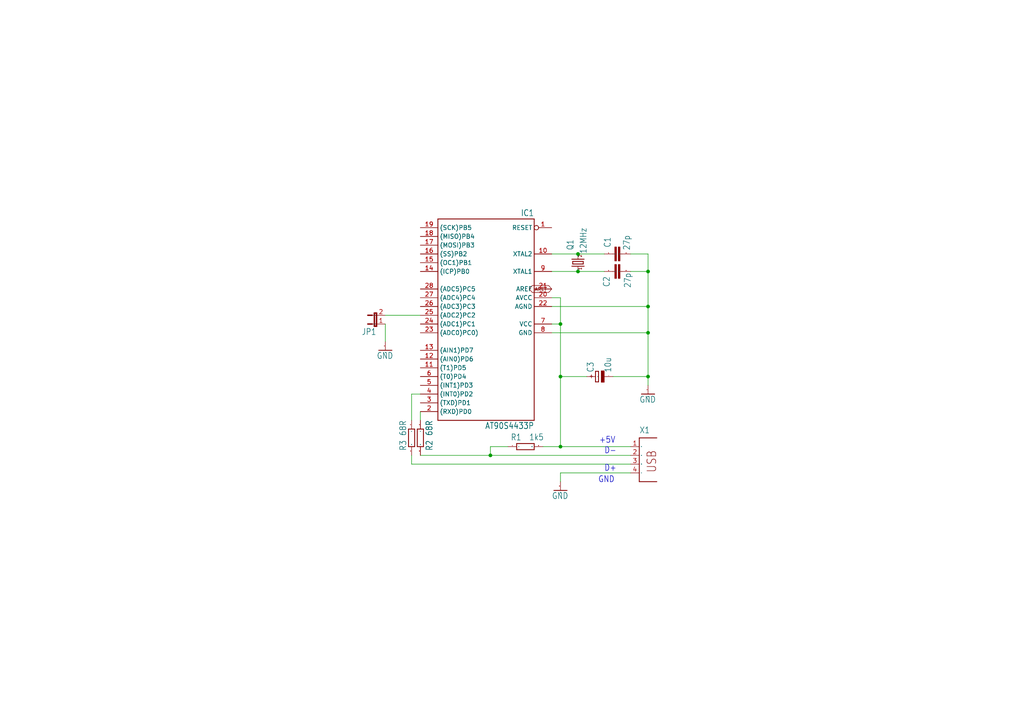
<source format=kicad_sch>
(kicad_sch (version 20230409) (generator eeschema)
  (paper "A4")
  (lib_symbols
    (symbol "avrusbboot_example-eagle-import:AT90S4433P"
      (property "Reference" "IC" (at -15.24 28.702 0))
      (symbol "AT90S4433P_1_0"
        (polyline (pts (xy -15.24 -30.48) (xy -15.24 27.94)) (stroke (width 0.254)))
        (polyline (pts (xy -15.24 27.94) (xy 12.7 27.94)) (stroke (width 0.254)))
        (polyline (pts (xy 12.7 -30.48) (xy -15.24 -30.48)) (stroke (width 0.254)))
        (polyline (pts (xy 12.7 27.94) (xy 12.7 -30.48)) (stroke (width 0.254)))
        (pin input inverted (at -20.32 25.4 0) (length 5.08) (name "RESET") (number "1"))
        (pin bidirectional line (at -20.32 17.78 0) (length 5.08) (name "XTAL2") (number "10"))
        (pin bidirectional line (at 17.78 -15.24 180) (length 5.08) (name "(T1)PD5") (number "11"))
        (pin bidirectional line (at 17.78 -12.7 180) (length 5.08) (name "(AIN0)PD6") (number "12"))
        (pin bidirectional line (at 17.78 -10.16 180) (length 5.08) (name "(AIN1)PD7") (number "13"))
        (pin bidirectional line (at 17.78 12.7 180) (length 5.08) (name "(ICP)PB0") (number "14"))
        (pin bidirectional line (at 17.78 15.24 180) (length 5.08) (name "(OC1)PB1") (number "15"))
        (pin bidirectional line (at 17.78 17.78 180) (length 5.08) (name "(SS)PB2") (number "16"))
        (pin bidirectional line (at 17.78 20.32 180) (length 5.08) (name "(MOSI)PB3") (number "17"))
        (pin bidirectional line (at 17.78 22.86 180) (length 5.08) (name "(MISO)PB4") (number "18"))
        (pin bidirectional line (at 17.78 25.4 180) (length 5.08) (name "(SCK)PB5") (number "19"))
        (pin bidirectional line (at 17.78 -27.94 180) (length 5.08) (name "(RXD)PD0") (number "2"))
        (pin power_in line (at -20.32 5.08 0) (length 5.08) (name "AVCC") (number "20"))
        (pin power_in line (at -20.32 7.62 0) (length 5.08) (name "AREF") (number "21"))
        (pin power_in line (at -20.32 2.54 0) (length 5.08) (name "AGND") (number "22"))
        (pin bidirectional line (at 17.78 -5.08 180) (length 5.08) (name "(ADC0)PC0)") (number "23"))
        (pin bidirectional line (at 17.78 -2.54 180) (length 5.08) (name "(ADC1)PC1") (number "24"))
        (pin bidirectional line (at 17.78 0 180) (length 5.08) (name "(ADC2)PC2") (number "25"))
        (pin bidirectional line (at 17.78 2.54 180) (length 5.08) (name "(ADC3)PC3") (number "26"))
        (pin bidirectional line (at 17.78 5.08 180) (length 5.08) (name "(ADC4)PC4") (number "27"))
        (pin bidirectional line (at 17.78 7.62 180) (length 5.08) (name "(ADC5)PC5") (number "28"))
        (pin bidirectional line (at 17.78 -25.4 180) (length 5.08) (name "(TXD)PD1") (number "3"))
        (pin bidirectional line (at 17.78 -22.86 180) (length 5.08) (name "(INT0)PD2") (number "4"))
        (pin bidirectional line (at 17.78 -20.32 180) (length 5.08) (name "(INT1)PD3") (number "5"))
        (pin bidirectional line (at 17.78 -17.78 180) (length 5.08) (name "(T0)PD4") (number "6"))
        (pin power_in line (at -20.32 -2.54 0) (length 5.08) (name "VCC") (number "7"))
        (pin power_in line (at -20.32 -5.08 0) (length 5.08) (name "GND") (number "8"))
        (pin bidirectional line (at -20.32 12.7 0) (length 5.08) (name "XTAL1") (number "9"))
      )
    )
    (symbol "avrusbboot_example-eagle-import:C-EU025-024X044"
      (property "Reference" "C" (at 1.524 0.381 0))
      (symbol "C-EU025-024X044_1_0"
        (rectangle (start -2.032 -2.032) (end 2.032 -1.524) (fill (type outline)))
        (rectangle (start -2.032 -1.016) (end 2.032 -0.508) (fill (type outline)))
        (polyline (pts (xy 0 -2.54) (xy 0 -2.032)) (stroke (width 0.1524)))
        (polyline (pts (xy 0 0) (xy 0 -0.508)) (stroke (width 0.1524)))
        (pin passive line (at 0 2.54 270) (length 2.54) (name "1") (number "1"))
        (pin passive line (at 0 -5.08 90) (length 2.54) (name "2") (number "2"))
      )
    )
    (symbol "avrusbboot_example-eagle-import:CPOL-EUE2.5-5"
      (property "Reference" "C" (at 1.143 0.4826 0))
      (symbol "CPOL-EUE2.5-5_1_0"
        (rectangle (start -1.651 -2.54) (end 1.651 -1.651) (fill (type outline)))
        (polyline (pts (xy -1.524 -0.889) (xy 1.524 -0.889)) (stroke (width 0.254)))
        (polyline (pts (xy -1.524 0) (xy -1.524 -0.889)) (stroke (width 0.254)))
        (polyline (pts (xy -1.524 0) (xy 1.524 0)) (stroke (width 0.254)))
        (polyline (pts (xy 1.524 -0.889) (xy 1.524 0)) (stroke (width 0.254)))
        (text "+" (at -0.5842 0.4064 900) (effects (font (size 1.27 1.0795)) (justify left bottom)))
        (pin passive line (at 0 2.54 270) (length 2.54) (name "+") (number "+"))
        (pin passive line (at 0 -5.08 90) (length 2.54) (name "-") (number "-"))
      )
    )
    (symbol "avrusbboot_example-eagle-import:CRYTALHC49S"
      (property "Reference" "Q" (at 2.54 1.016 0))
      (symbol "CRYTALHC49S_1_0"
        (polyline (pts (xy -2.54 0) (xy -1.016 0)) (stroke (width 0.1524)))
        (polyline (pts (xy -1.016 1.778) (xy -1.016 -1.778)) (stroke (width 0.254)))
        (polyline (pts (xy -0.381 -1.524) (xy 0.381 -1.524)) (stroke (width 0.254)))
        (polyline (pts (xy -0.381 1.524) (xy -0.381 -1.524)) (stroke (width 0.254)))
        (polyline (pts (xy 0.381 -1.524) (xy 0.381 1.524)) (stroke (width 0.254)))
        (polyline (pts (xy 0.381 1.524) (xy -0.381 1.524)) (stroke (width 0.254)))
        (polyline (pts (xy 1.016 0) (xy 2.54 0)) (stroke (width 0.1524)))
        (polyline (pts (xy 1.016 1.778) (xy 1.016 -1.778)) (stroke (width 0.254)))
        (text "1" (at -2.159 -1.143 0) (effects (font (size 0.8636 0.734)) (justify left bottom)))
        (text "2" (at 1.524 -1.143 0) (effects (font (size 0.8636 0.734)) (justify left bottom)))
        (pin passive line (at -2.54 0 0) (length 0) (name "1") (number "1"))
        (pin passive line (at 2.54 0 180) (length 0) (name "2") (number "2"))
      )
    )
    (symbol "avrusbboot_example-eagle-import:GND" (power)
      (symbol "GND_1_0"
        (polyline (pts (xy -1.905 0) (xy 1.905 0)) (stroke (width 0.254)))
        (pin power_in line (at 0 2.54 270) (length 2.54) (name "GND") (number "1"))
      )
    )
    (symbol "avrusbboot_example-eagle-import:JP1E"
      (property "Reference" "JP" (at -1.27 0 90))
      (symbol "JP1E_1_0"
        (polyline (pts (xy -0.635 0) (xy 3.175 0)) (stroke (width 0.4064)))
        (polyline (pts (xy -0.635 0.635) (xy -0.635 0)) (stroke (width 0.4064)))
        (polyline (pts (xy 0 0) (xy 0 1.27)) (stroke (width 0.1524)))
        (polyline (pts (xy 0 2.54) (xy 0 1.27)) (stroke (width 0.4064)))
        (polyline (pts (xy 2.54 0) (xy 2.54 1.27)) (stroke (width 0.1524)))
        (polyline (pts (xy 2.54 2.54) (xy 2.54 1.27)) (stroke (width 0.4064)))
        (polyline (pts (xy 3.175 0) (xy 3.175 0.635)) (stroke (width 0.4064)))
        (polyline (pts (xy 3.175 0.635) (xy -0.635 0.635)) (stroke (width 0.4064)))
        (pin passive line (at 0 -2.54 90) (length 2.54) (name "1") (number "1"))
        (pin passive line (at 2.54 -2.54 90) (length 2.54) (name "2") (number "2"))
      )
    )
    (symbol "avrusbboot_example-eagle-import:PN61729"
      (property "Reference" "X" (at 0 8.89 0))
      (symbol "PN61729_1_0"
        (polyline (pts (xy 0 -5.08) (xy 5.08 -5.08)) (stroke (width 0.254)))
        (polyline (pts (xy 0 7.62) (xy 0 -5.08)) (stroke (width 0.254)))
        (polyline (pts (xy 0 7.62) (xy 5.08 7.62)) (stroke (width 0.254)))
        (text "USB" (at 5.08 -2.54 900) (effects (font (size 2.54 2.159)) (justify left bottom)))
        (pin bidirectional line (at -2.54 5.08 0) (length 2.54) (name "1") (number "1"))
        (pin bidirectional line (at -2.54 2.54 0) (length 2.54) (name "2") (number "2"))
        (pin bidirectional line (at -2.54 0 0) (length 2.54) (name "3") (number "3"))
        (pin bidirectional line (at -2.54 -2.54 0) (length 2.54) (name "4") (number "4"))
      )
    )
    (symbol "avrusbboot_example-eagle-import:R-EU_0207/7"
      (property "Reference" "R" (at -3.81 1.4986 0))
      (symbol "R-EU_0207/7_1_0"
        (polyline (pts (xy -2.54 -0.889) (xy -2.54 0.889)) (stroke (width 0.254)))
        (polyline (pts (xy -2.54 -0.889) (xy 2.54 -0.889)) (stroke (width 0.254)))
        (polyline (pts (xy 2.54 -0.889) (xy 2.54 0.889)) (stroke (width 0.254)))
        (polyline (pts (xy 2.54 0.889) (xy -2.54 0.889)) (stroke (width 0.254)))
        (pin passive line (at -5.08 0 0) (length 2.54) (name "1") (number "1"))
        (pin passive line (at 5.08 0 180) (length 2.54) (name "2") (number "2"))
      )
    )
  )
  (junction (at 167.64 73.66))
  (junction (at 167.64 78.74))
  (junction (at 162.56 93.98))
  (junction (at 187.96 109.22))
  (junction (at 187.96 88.9))
  (junction (at 162.56 109.22))
  (junction (at 187.96 78.74))
  (junction (at 162.56 129.54))
  (junction (at 187.96 96.52))
  (junction (at 142.24 132.08))
  (wire (pts (xy 142.24 132.08) (xy 182.88 132.08)) (stroke (width 0.1524)))
  (wire (pts (xy 167.64 73.66) (xy 175.26 73.66)) (stroke (width 0.1524)))
  (wire (pts (xy 119.38 114.3) (xy 121.92 114.3)) (stroke (width 0.1524)))
  (wire (pts (xy 119.38 134.62) (xy 119.38 132.08)) (stroke (width 0.1524)))
  (wire (pts (xy 182.88 73.66) (xy 187.96 73.66)) (stroke (width 0.1524)))
  (wire (pts (xy 160.02 96.52) (xy 187.96 96.52)) (stroke (width 0.1524)))
  (wire (pts (xy 160.02 78.74) (xy 167.64 78.74)) (stroke (width 0.1524)))
  (wire (pts (xy 121.92 121.92) (xy 121.92 119.38)) (stroke (width 0.1524)))
  (wire (pts (xy 162.56 86.36) (xy 160.02 86.36)) (stroke (width 0.1524)))
  (wire (pts (xy 182.88 129.54) (xy 162.56 129.54)) (stroke (width 0.1524)))
  (wire (pts (xy 147.32 129.54) (xy 142.24 129.54)) (stroke (width 0.1524)))
  (wire (pts (xy 121.92 132.08) (xy 142.24 132.08)) (stroke (width 0.1524)))
  (wire (pts (xy 177.8 109.22) (xy 187.96 109.22)) (stroke (width 0.1524)))
  (wire (pts (xy 182.88 134.62) (xy 119.38 134.62)) (stroke (width 0.1524)))
  (wire (pts (xy 187.96 88.9) (xy 187.96 96.52)) (stroke (width 0.1524)))
  (wire (pts (xy 111.76 99.06) (xy 111.76 93.98)) (stroke (width 0.1524)))
  (wire (pts (xy 187.96 78.74) (xy 187.96 88.9)) (stroke (width 0.1524)))
  (wire (pts (xy 160.02 93.98) (xy 162.56 93.98)) (stroke (width 0.1524)))
  (wire (pts (xy 162.56 109.22) (xy 162.56 93.98)) (stroke (width 0.1524)))
  (wire (pts (xy 187.96 96.52) (xy 187.96 109.22)) (stroke (width 0.1524)))
  (wire (pts (xy 119.38 121.92) (xy 119.38 114.3)) (stroke (width 0.1524)))
  (wire (pts (xy 160.02 73.66) (xy 167.64 73.66)) (stroke (width 0.1524)))
  (wire (pts (xy 162.56 93.98) (xy 162.56 86.36)) (stroke (width 0.1524)))
  (wire (pts (xy 142.24 129.54) (xy 142.24 132.08)) (stroke (width 0.1524)))
  (wire (pts (xy 162.56 137.16) (xy 182.88 137.16)) (stroke (width 0.1524)))
  (wire (pts (xy 170.18 109.22) (xy 162.56 109.22)) (stroke (width 0.1524)))
  (wire (pts (xy 187.96 109.22) (xy 187.96 111.76)) (stroke (width 0.1524)))
  (wire (pts (xy 162.56 139.7) (xy 162.56 137.16)) (stroke (width 0.1524)))
  (wire (pts (xy 167.64 78.74) (xy 175.26 78.74)) (stroke (width 0.1524)))
  (wire (pts (xy 157.48 129.54) (xy 162.56 129.54)) (stroke (width 0.1524)))
  (wire (pts (xy 111.76 91.44) (xy 121.92 91.44)) (stroke (width 0.1524)))
  (wire (pts (xy 182.88 78.74) (xy 187.96 78.74)) (stroke (width 0.1524)))
  (wire (pts (xy 187.96 73.66) (xy 187.96 78.74)) (stroke (width 0.1524)))
  (wire (pts (xy 162.56 129.54) (xy 162.56 109.22)) (stroke (width 0.1524)))
  (wire (pts (xy 160.02 88.9) (xy 187.96 88.9)) (stroke (width 0.1524)))
  (text "+5V" (at 173.736 128.778 0) (effects (font (size 1.778 1.5113)) (justify left bottom)))
  (text "D+" (at 175.26 136.906 0) (effects (font (size 1.778 1.5113)) (justify left bottom)))
  (text "D-" (at 175.26 131.826 0) (effects (font (size 1.778 1.5113)) (justify left bottom)))
  (text "GND" (at 173.482 140.208 0) (effects (font (size 1.778 1.5113)) (justify left bottom)))
  (global_label "AREF" (shape bidirectional) (at 160.02 83.82 180) (effects (font (size 1.016 1.016))) (property "Intersheetrefs" "${INTERSHEET_REFS}" (effects hide)))
  (symbol (lib_id "avrusbboot_example-eagle-import:C-EU025-024X044") (at 177.8 73.66 90) (unit 1)
    (property "Reference" "C1" (at 177.165 71.882 0) (effects (font (size 1.778 1.5113)) (justify left bottom)))
    (property "Value" "27p" (at 182.753 72.644 0) (effects (font (size 1.778 1.5113)) (justify left bottom)))
    (property "Footprint" "avrusbboot_example:C025-024X044" (effects hide))
  )
  (symbol (lib_id "avrusbboot_example-eagle-import:CPOL-EUE2.5-5") (at 172.72 109.22 90) (unit 1)
    (property "Reference" "C3" (at 172.2374 108.077 0) (effects (font (size 1.778 1.5113)) (justify left bottom)))
    (property "Value" "10u" (at 177.3174 108.077 0) (effects (font (size 1.778 1.5113)) (justify left bottom)))
    (property "Footprint" "avrusbboot_example:E2,5-5" (effects hide))
  )
  (symbol (lib_id "avrusbboot_example-eagle-import:CRYTALHC49S") (at 167.64 76.2 90) (unit 1)
    (property "Reference" "Q1" (at 166.37 72.644 0) (effects (font (size 1.778 1.5113)) (justify left bottom)))
    (property "Value" "12MHz" (at 170.18 73.66 0) (effects (font (size 1.778 1.5113)) (justify left bottom)))
    (property "Footprint" "avrusbboot_example:HC49_S" (effects hide))
  )
  (symbol (lib_id "avrusbboot_example-eagle-import:PN61729") (at 185.42 134.62 0) (unit 1)
    (property "Reference" "X1" (at 185.42 125.73 0) (effects (font (size 1.778 1.5113)) (justify left bottom)))
    (property "Value" "PN61729" (effects hide))
    (property "Footprint" "avrusbboot_example:PN61729" (effects hide))
  )
  (symbol (lib_id "avrusbboot_example-eagle-import:R-EU_0207/7") (at 152.4 129.54 0) (unit 1)
    (property "Reference" "R1" (at 148.082 127.7874 0) (effects (font (size 1.778 1.5113)) (justify left bottom)))
    (property "Value" "1k5" (at 153.416 127.762 0) (effects (font (size 1.778 1.5113)) (justify left bottom)))
    (property "Footprint" "avrusbboot_example:0207_7" (effects hide))
  )
  (symbol (lib_id "avrusbboot_example-eagle-import:C-EU025-024X044") (at 177.8 78.74 90) (unit 1)
    (property "Reference" "C2" (at 176.911 83.312 0) (effects (font (size 1.778 1.5113)) (justify left bottom)))
    (property "Value" "27p" (at 183.007 83.566 0) (effects (font (size 1.778 1.5113)) (justify left bottom)))
    (property "Footprint" "avrusbboot_example:C025-024X044" (effects hide))
  )
  (symbol (lib_id "avrusbboot_example-eagle-import:R-EU_0207/7") (at 119.38 127 90) (unit 1)
    (property "Reference" "R3" (at 117.8814 130.81 0) (effects (font (size 1.778 1.5113)) (justify left bottom)))
    (property "Value" "68R" (at 117.856 126.492 0) (effects (font (size 1.778 1.5113)) (justify left bottom)))
    (property "Footprint" "avrusbboot_example:0207_7" (effects hide))
  )
  (symbol (lib_id "avrusbboot_example-eagle-import:R-EU_0207/7") (at 121.92 127 90) (unit 1)
    (property "Reference" "R2" (at 125.5014 130.81 0) (effects (font (size 1.778 1.5113)) (justify left bottom)))
    (property "Value" "68R" (at 125.476 126.492 0) (effects (font (size 1.778 1.5113)) (justify left bottom)))
    (property "Footprint" "avrusbboot_example:0207_7" (effects hide))
  )
  (symbol (lib_id "avrusbboot_example-eagle-import:GND") (at 187.96 114.3 0) (unit 1)
    (property "Reference" "#GND5" (effects hide))
    (property "Value" "GND" (at 185.42 116.84 0) (effects (font (size 1.778 1.5113)) (justify left bottom)))
  )
  (symbol (lib_id "avrusbboot_example-eagle-import:GND") (at 162.56 142.24 0) (unit 1)
    (property "Reference" "#GND4" (effects hide))
    (property "Value" "GND" (at 160.02 144.78 0) (effects (font (size 1.778 1.5113)) (justify left bottom)))
  )
  (symbol (lib_id "avrusbboot_example-eagle-import:JP1E") (at 109.22 93.98 90) (unit 1)
    (property "Reference" "JP1" (at 109.22 95.25 90) (effects (font (size 1.778 1.5113)) (justify left bottom)))
    (property "Value" "JP1E" (effects hide))
    (property "Footprint" "avrusbboot_example:JP1" (effects hide))
  )
  (symbol (lib_id "avrusbboot_example-eagle-import:GND") (at 111.76 101.6 0) (unit 1)
    (property "Reference" "#GND1" (effects hide))
    (property "Value" "GND" (at 109.22 104.14 0) (effects (font (size 1.778 1.5113)) (justify left bottom)))
  )
  (symbol (lib_id "avrusbboot_example-eagle-import:AT90S4433P") (at 139.7 91.44 0) (mirror y) (unit 1)
    (property "Reference" "IC1" (at 154.94 62.738 0) (effects (font (size 1.778 1.5113)) (justify left bottom)))
    (property "Value" "AT90S4433P" (at 154.94 124.46 0) (effects (font (size 1.778 1.5113)) (justify left bottom)))
    (property "Footprint" "avrusbboot_example:DIL28-3" (effects hide))
  )
)
</source>
